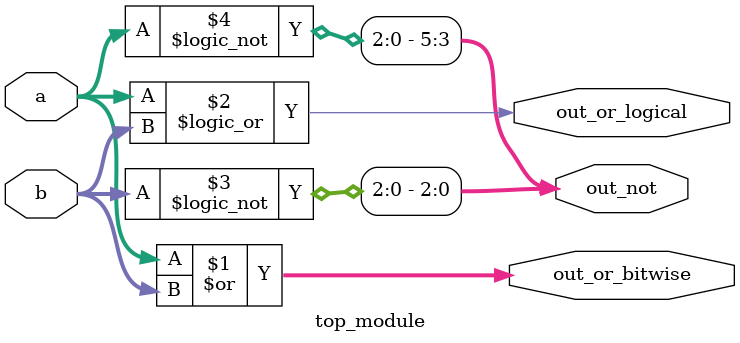
<source format=v>
module top_module( 
    input [2:0] a,
    input [2:0] b,
    output [2:0] out_or_bitwise,
    output out_or_logical,
    output [5:0] out_not
);
    assign out_or_bitwise=a|b;
    assign out_or_logical=a||b;
    assign out_not[2:0]=!b;
    assign out_not[5:3]=!a;
endmodule

</source>
